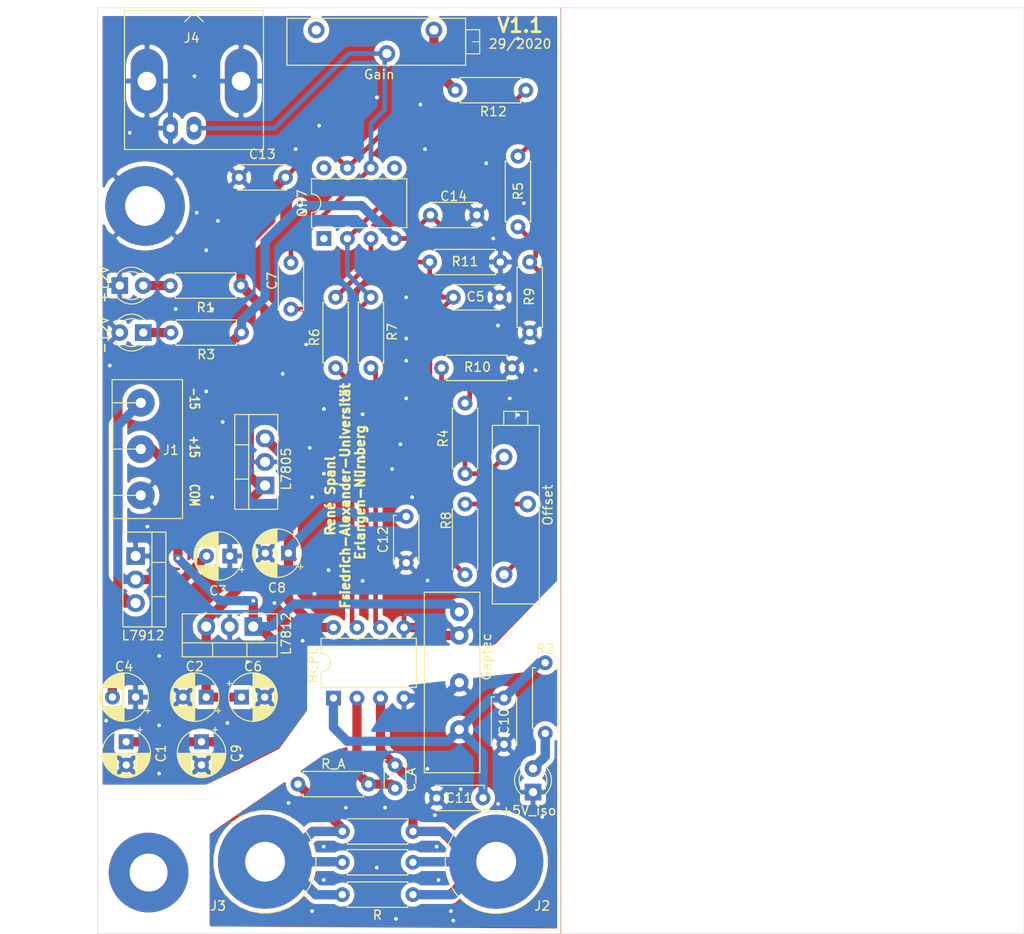
<source format=kicad_pcb>
(kicad_pcb (version 20171130) (host pcbnew "(5.1.6)-1")
  (layers (0 F.Cu signal) (31 B.Cu signal) (34 B.Paste user) (35 F.Paste user) (36 B.SilkS user) (37 F.SilkS user) (38 B.Mask user) (39 F.Mask user) (44 Edge.Cuts user))
  (net 0 "")
  (net 1 GND)
  (net 2 +15V)
  (net 3 +12V)
  (net 4 -15V)
  (net 5 -12V)
  (net 6 +5V)
  (net 7 "Net-(C7-Pad1)")
  (net 8 5V_iso)
  (net 9 GND2)
  (net 10 SIGNAL_OUT)
  (net 11 SIGNAL_IN)
  (net 12 "Net-(+12V1-Pad2)")
  (net 13 "Net-(+5V_iso1-Pad2)")
  (net 14 "Net-(-12V1-Pad1)")
  (net 15 "Net-(C5-Pad1)")
  (net 16 "Net-(C7-Pad2)")
  (net 17 "Net-(C_Alias1-Pad1)")
  (net 18 "Net-(Gain1-Pad1)")
  (net 19 "Net-(Offset1-Pad1)")
  (net 20 "Net-(Offset1-Pad2)")
  (net 21 "Net-(Offset1-Pad3)")
  (net 22 "Net-(HCPL1-Pad7)")
  (net 23 "Net-(HCPL1-Pad6)")
  (net 24 "Net-(Gain1-Pad3)")
  (net 25 "Net-(OP7-Pad8)")
  (net 26 "Net-(OP7-Pad5)")
  (net 27 "Net-(OP7-Pad1)")
  (module Capacitor_THT:C_Disc_D5.0mm_W2.5mm_P5.00mm (layer F.Cu) (at 115.35 96.59 270)
    (fp_text reference C10 (at 2.54 0 270) (layer F.SilkS))
    (fp_text value 0.47uF)
    (pad 2 thru_hole circle (at 5 0 270) (size 1.6 1.6) (drill 0.8) (layers *.Cu *.Mask) (net 9 GND2))
    (pad 1 thru_hole circle (at 0 0 270) (size 1.6 1.6) (drill 0.8) (layers *.Cu *.Mask) (net 8 5V_iso))
  )
  (module "HCPL Board:Gaptec_1S7E_1505S1.5UP" (layer F.Cu) (at 112.175 85.16 270)
    (fp_text reference Gaptec (at 6.985 -1.27 270) (layer F.SilkS))
    (fp_text value 1S7E_1.5UP-HCPL_Board)
    (pad 6 thru_hole circle (at 14.83 1.65 270) (size 2 2) (drill 1) (layers *.Cu *.Mask) (net 8 5V_iso))
    (pad 4 thru_hole circle (at 9.75 1.65 270) (size 2 2) (drill 1) (layers *.Cu *.Mask) (net 9 GND2))
    (pad 2 thru_hole circle (at 4.67 1.65 270) (size 2 2) (drill 1) (layers *.Cu *.Mask) (net 1 GND))
    (pad 1 thru_hole circle (at 2.13 1.65 270) (size 2 2) (drill 1) (layers *.Cu *.Mask) (net 2 +15V))
  )
  (module Capacitor_THT:C_Disc_D5.0mm_W2.5mm_P5.00mm (layer F.Cu) (at 108.08 107.385)
    (fp_text reference C11 (at 2.4 0) (layer F.SilkS))
    (fp_text value 100n)
    (pad 2 thru_hole circle (at 5 0) (size 1.6 1.6) (drill 0.8) (layers *.Cu *.Mask) (net 8 5V_iso))
    (pad 1 thru_hole circle (at 0 0) (size 1.6 1.6) (drill 0.8) (layers *.Cu *.Mask) (net 9 GND2))
  )
  (module "HCPL Board:Conn_01x03_Female_Scre" (layer F.Cu) (at 73.04 62.2)
    (fp_text reference J1 (at 6.35 7.62) (layer F.SilkS))
    (fp_text value Conn_01x03_Female)
    (pad 3 thru_hole circle (at 3.1 12.5) (size 3 3) (drill 1.1) (layers *.Cu *.Mask) (net 1 GND))
    (pad 2 thru_hole circle (at 3.1 7.5) (size 3 3) (drill 1.1) (layers *.Cu *.Mask) (net 2 +15V))
    (pad 1 thru_hole circle (at 3.1 2.5) (size 3 3) (drill 1.1) (layers *.Cu *.Mask) (net 4 -15V))
  )
  (module Package_TO_SOT_THT:TO-220-3_Vertical (layer F.Cu) (at 89.55 73.63 90)
    (fp_text reference L7805 (at 1.778 2.286 90) (layer F.SilkS))
    (fp_text value L7805)
    (pad 3 thru_hole oval (at 5.08 0 90) (size 1.905 2) (drill 1.1) (layers *.Cu *.Mask) (net 6 +5V))
    (pad 2 thru_hole oval (at 2.54 0 90) (size 1.905 2) (drill 1.1) (layers *.Cu *.Mask) (net 1 GND))
    (pad 1 thru_hole rect (at 0 0 90) (size 1.905 2) (drill 1.1) (layers *.Cu *.Mask) (net 3 +12V))
  )
  (module MountingHole:MountingHole_4.3mm_M4_Pad (layer F.Cu) (at 76.596 43.44)
    (fp_text reference REF** hide)
    (fp_text value MountingHole_4.3mm_M4_Pad)
    (pad 1 thru_hole circle (at 0 0) (size 8.6 8.6) (drill 4.3) (layers *.Cu *.Mask) (net 1 GND))
  )
  (module MountingHole:MountingHole_4.3mm_M4_Pad (layer F.Cu) (at 76.98 115.44)
    (fp_text reference REF** hide)
    (fp_text value MountingHole_4.3mm_M4_Pad)
    (pad 1 thru_hole circle (at 0 0) (size 8.6 8.6) (drill 4.1) (layers *.Cu *.Mask) (clearance 1))
  )
  (module Resistor_THT:R_Axial_DIN0207_L6.3mm_D2.5mm_P7.62mm_Horizontal (layer F.Cu) (at 97.89 114.3335)
    (fp_text reference R (at 3.79 5.7065 180) (layer F.SilkS))
    (fp_text value 1)
    (pad 2 thru_hole oval (at 7.62 0) (size 1.6 1.6) (drill 0.8) (layers *.Cu *.Mask) (net 10 SIGNAL_OUT))
    (pad 1 thru_hole circle (at 0 0) (size 1.6 1.6) (drill 0.8) (layers *.Cu *.Mask) (net 11 SIGNAL_IN))
  )
  (module Resistor_THT:R_Axial_DIN0207_L6.3mm_D2.5mm_P7.62mm_Horizontal (layer F.Cu) (at 97.89 117.826)
    (fp_text reference R_Shunt2 hide)
    (fp_text value 1)
    (pad 2 thru_hole oval (at 7.62 0) (size 1.6 1.6) (drill 0.8) (layers *.Cu *.Mask) (net 10 SIGNAL_OUT))
    (pad 1 thru_hole circle (at 0 0) (size 1.6 1.6) (drill 0.8) (layers *.Cu *.Mask) (net 11 SIGNAL_IN))
  )
  (module Resistor_THT:R_Axial_DIN0207_L6.3mm_D2.5mm_P7.62mm_Horizontal (layer F.Cu) (at 110.08 30.94)
    (fp_text reference R12 (at 4.108 2.304) (layer F.SilkS))
    (fp_text value 2.2k)
    (pad 2 thru_hole oval (at 7.62 0) (size 1.6 1.6) (drill 0.8) (layers *.Cu *.Mask) (net 7 "Net-(C7-Pad1)"))
    (pad 1 thru_hole circle (at 0 0) (size 1.6 1.6) (drill 0.8) (layers *.Cu *.Mask) (net 24 "Net-(Gain1-Pad3)"))
  )
  (module Capacitor_THT:C_Disc_D5.0mm_W2.5mm_P5.00mm (layer F.Cu) (at 112.41 44.42 180)
    (fp_text reference C14 (at 2.5 2.032) (layer F.SilkS))
    (fp_text value 100n)
    (pad 2 thru_hole circle (at 5 0 180) (size 1.6 1.6) (drill 0.8) (layers *.Cu *.Mask) (net 5 -12V))
    (pad 1 thru_hole circle (at 0 0 180) (size 1.6 1.6) (drill 0.8) (layers *.Cu *.Mask) (net 1 GND))
  )
  (module Capacitor_THT:C_Disc_D5.0mm_W2.5mm_P5.00mm (layer F.Cu) (at 86.756 40.356)
    (fp_text reference C13 (at 2.5 -2.5) (layer F.SilkS))
    (fp_text value 100n)
    (pad 2 thru_hole circle (at 5 0) (size 1.6 1.6) (drill 0.8) (layers *.Cu *.Mask) (net 3 +12V))
    (pad 1 thru_hole circle (at 0 0) (size 1.6 1.6) (drill 0.8) (layers *.Cu *.Mask) (net 1 GND))
  )
  (module Capacitor_THT:C_Disc_D5.0mm_W2.5mm_P5.00mm (layer F.Cu) (at 104.79 81.985 90)
    (fp_text reference C12 (at 2.5 -2.5 90) (layer F.SilkS))
    (fp_text value 100n)
    (pad 2 thru_hole circle (at 5 0 90) (size 1.6 1.6) (drill 0.8) (layers *.Cu *.Mask) (net 6 +5V))
    (pad 1 thru_hole circle (at 0 0 90) (size 1.6 1.6) (drill 0.8) (layers *.Cu *.Mask) (net 1 GND))
  )
  (module Capacitor_THT:C_Disc_D5.0mm_W2.5mm_P5.00mm (layer F.Cu) (at 92.344 54.58 90)
    (fp_text reference C7 (at 3.048 -2.032 90) (layer F.SilkS))
    (fp_text value 22n)
    (pad 2 thru_hole circle (at 5 0 90) (size 1.6 1.6) (drill 0.8) (layers *.Cu *.Mask) (net 16 "Net-(C7-Pad2)"))
    (pad 1 thru_hole circle (at 0 0 90) (size 1.6 1.6) (drill 0.8) (layers *.Cu *.Mask) (net 7 "Net-(C7-Pad1)"))
  )
  (module Capacitor_THT:CP_Radial_D5.0mm_P2.50mm (layer F.Cu) (at 92.08 80.94 180)
    (fp_text reference C8 (at 1.25 -3.75) (layer F.SilkS))
    (fp_text value 0.1uF)
    (pad 2 thru_hole circle (at 2.5 0 180) (size 1.6 1.6) (drill 0.8) (layers *.Cu *.Mask) (net 1 GND))
    (pad 1 thru_hole rect (at 0 0 180) (size 1.6 1.6) (drill 0.8) (layers *.Cu *.Mask) (net 6 +5V))
  )
  (module Resistor_THT:R_Axial_DIN0207_L6.3mm_D2.5mm_P7.62mm_Horizontal (layer F.Cu) (at 111.14 72.36 90)
    (fp_text reference R4 (at 3.81 -2.37 90) (layer F.SilkS))
    (fp_text value 4,7k)
    (pad 2 thru_hole oval (at 7.62 0 90) (size 1.6 1.6) (drill 0.8) (layers *.Cu *.Mask) (net 5 -12V))
    (pad 1 thru_hole circle (at 0 0 90) (size 1.6 1.6) (drill 0.8) (layers *.Cu *.Mask) (net 21 "Net-(Offset1-Pad3)"))
  )
  (module Capacitor_THT:CP_Radial_D5.0mm_P2.50mm (layer F.Cu) (at 82.692 101.316 270)
    (fp_text reference C9 (at 1.25 -3.75 90) (layer F.SilkS))
    (fp_text value 2.2uF)
    (pad 2 thru_hole circle (at 2.5 0 270) (size 1.6 1.6) (drill 0.8) (layers *.Cu *.Mask) (net 1 GND))
    (pad 1 thru_hole rect (at 0 0 270) (size 1.6 1.6) (drill 0.8) (layers *.Cu *.Mask) (net 2 +15V))
  )
  (module Capacitor_THT:CP_Radial_D5.0mm_P2.50mm (layer F.Cu) (at 87.01 96.49)
    (fp_text reference C6 (at 1.25 -3.302) (layer F.SilkS))
    (fp_text value 0.33uF)
    (pad 2 thru_hole circle (at 2.5 0) (size 1.6 1.6) (drill 0.8) (layers *.Cu *.Mask) (net 1 GND))
    (pad 1 thru_hole rect (at 0 0) (size 1.6 1.6) (drill 0.8) (layers *.Cu *.Mask) (net 3 +12V))
  )
  (module Capacitor_THT:CP_Radial_D5.0mm_P2.50mm (layer F.Cu) (at 75.58 96.49 180)
    (fp_text reference C4 (at 1.25 3.302) (layer F.SilkS))
    (fp_text value 1uF)
    (pad 2 thru_hole circle (at 2.5 0 180) (size 1.6 1.6) (drill 0.8) (layers *.Cu *.Mask) (net 5 -12V))
    (pad 1 thru_hole rect (at 0 0 180) (size 1.6 1.6) (drill 0.8) (layers *.Cu *.Mask) (net 1 GND))
  )
  (module Capacitor_THT:CP_Radial_D5.0mm_P2.50mm (layer F.Cu) (at 85.74 81.25 180)
    (fp_text reference C3 (at 1.25 -3.75) (layer F.SilkS))
    (fp_text value 10uF)
    (pad 2 thru_hole circle (at 2.5 0 180) (size 1.6 1.6) (drill 0.8) (layers *.Cu *.Mask) (net 4 -15V))
    (pad 1 thru_hole rect (at 0 0 180) (size 1.6 1.6) (drill 0.8) (layers *.Cu *.Mask) (net 1 GND))
  )
  (module Capacitor_THT:CP_Radial_D5.0mm_P2.50mm (layer F.Cu) (at 83.2 96.49 180)
    (fp_text reference C2 (at 1.25 3.302) (layer F.SilkS))
    (fp_text value 0.1uF)
    (pad 2 thru_hole circle (at 2.5 0 180) (size 1.6 1.6) (drill 0.8) (layers *.Cu *.Mask) (net 1 GND))
    (pad 1 thru_hole rect (at 0 0 180) (size 1.6 1.6) (drill 0.8) (layers *.Cu *.Mask) (net 3 +12V))
  )
  (module Capacitor_THT:CP_Radial_D5.0mm_P2.50mm (layer F.Cu) (at 74.564 101.316 270)
    (fp_text reference C1 (at 1.25 -3.75 90) (layer F.SilkS))
    (fp_text value 0.33uF)
    (pad 2 thru_hole circle (at 2.5 0 270) (size 1.6 1.6) (drill 0.8) (layers *.Cu *.Mask) (net 1 GND))
    (pad 1 thru_hole rect (at 0 0 270) (size 1.6 1.6) (drill 0.8) (layers *.Cu *.Mask) (net 2 +15V))
  )
  (module Capacitor_THT:C_Disc_D5.0mm_W2.5mm_P5.00mm (layer F.Cu) (at 109.87 53.31)
    (fp_text reference C5 (at 2.41 -0.07) (layer F.SilkS))
    (fp_text value 22n)
    (pad 2 thru_hole circle (at 5 0) (size 1.6 1.6) (drill 0.8) (layers *.Cu *.Mask) (net 1 GND))
    (pad 1 thru_hole circle (at 0 0) (size 1.6 1.6) (drill 0.8) (layers *.Cu *.Mask) (net 15 "Net-(C5-Pad1)"))
  )
  (module Potentiometer_THT:Potentiometer_Bourns_3006P_Horizontal (layer F.Cu) (at 95.08 24.44 180)
    (fp_text reference Gain (at -6.8 -4.8) (layer F.SilkS))
    (fp_text value 20k)
    (pad 3 thru_hole circle (at -12.7 0 180) (size 1.8 1.8) (drill 1) (layers *.Cu *.Mask) (net 24 "Net-(Gain1-Pad3)"))
    (pad 2 thru_hole circle (at -7.62 -2.54 180) (size 1.8 1.8) (drill 1) (layers *.Cu *.Mask) (net 16 "Net-(C7-Pad2)"))
    (pad 1 thru_hole circle (at 0 0 180) (size 1.8 1.8) (drill 1) (layers *.Cu *.Mask) (net 18 "Net-(Gain1-Pad1)"))
  )
  (module Potentiometer_THT:Potentiometer_Bourns_3006P_Horizontal (layer F.Cu) (at 115.35 83.255 270)
    (fp_text reference Offset (at -7.5 -4.73 90) (layer F.SilkS))
    (fp_text value 5k)
    (pad 1 thru_hole circle (at 0 0 270) (size 1.8 1.8) (drill 1) (layers *.Cu *.Mask) (net 19 "Net-(Offset1-Pad1)"))
    (pad 2 thru_hole circle (at -7.62 -2.54 270) (size 1.8 1.8) (drill 1) (layers *.Cu *.Mask) (net 20 "Net-(Offset1-Pad2)"))
    (pad 3 thru_hole circle (at -12.7 0 270) (size 1.8 1.8) (drill 1) (layers *.Cu *.Mask) (net 21 "Net-(Offset1-Pad3)"))
  )
  (module Package_TO_SOT_THT:TO-220-3_Vertical (layer F.Cu) (at 75.58 81.25 270)
    (fp_text reference L7912 (at 8.59 -0.8) (layer F.SilkS))
    (fp_text value L7912)
    (pad 3 thru_hole oval (at 5.08 0 270) (size 1.905 2) (drill 1.1) (layers *.Cu *.Mask) (net 5 -12V))
    (pad 2 thru_hole oval (at 2.54 0 270) (size 1.905 2) (drill 1.1) (layers *.Cu *.Mask) (net 4 -15V))
    (pad 1 thru_hole rect (at 0 0 270) (size 1.905 2) (drill 1.1) (layers *.Cu *.Mask) (net 1 GND))
  )
  (module Connector_Coaxial:BNC_Amphenol_B6252HB-NPP3G-50_Horizontal (layer F.Cu) (at 81.88 35.04)
    (fp_text reference J4 (at -0.25 -9.728) (layer F.SilkS))
    (fp_text value Conn_Coaxial)
    (pad 2 thru_hole oval (at -2.54 0) (size 1.6 2.5) (drill 0.89) (layers *.Cu *.Mask) (net 1 GND))
    (pad 1 thru_hole oval (at 0 0) (size 1.6 2.5) (drill 0.89) (layers *.Cu *.Mask) (net 16 "Net-(C7-Pad2)"))
    (pad 2 thru_hole oval (at 5.08 -5.08) (size 3.5 7) (drill 2.01) (layers *.Cu *.Mask) (net 1 GND))
    (pad 2 thru_hole oval (at -5.08 -5.08) (size 3.5 7) (drill 2.01) (layers *.Cu *.Mask) (net 1 GND))
  )
  (module Capacitor_THT:C_Disc_D3.4mm_W2.1mm_P2.50mm (layer F.Cu) (at 103.5835 106.3325 90)
    (fp_text reference C_A (at 0.8925 1.6965 90) (layer F.SilkS))
    (fp_text value 0.01u)
    (pad 2 thru_hole circle (at 2.5 0 90) (size 1.6 1.6) (drill 0.8) (layers *.Cu *.Mask) (net 10 SIGNAL_OUT))
    (pad 1 thru_hole circle (at 0 0 90) (size 1.6 1.6) (drill 0.8) (layers *.Cu *.Mask) (net 17 "Net-(C_Alias1-Pad1)"))
  )
  (module Package_TO_SOT_THT:TO-220-3_Vertical (layer F.Cu) (at 88.28 88.87 180)
    (fp_text reference L7812 (at -3.556 -0.77 270) (layer F.SilkS))
    (fp_text value L7812)
    (pad 3 thru_hole oval (at 5.08 0 180) (size 1.905 2) (drill 1.1) (layers *.Cu *.Mask) (net 3 +12V))
    (pad 2 thru_hole oval (at 2.54 0 180) (size 1.905 2) (drill 1.1) (layers *.Cu *.Mask) (net 1 GND))
    (pad 1 thru_hole rect (at 0 0 180) (size 1.905 2) (drill 1.1) (layers *.Cu *.Mask) (net 2 +15V))
  )
  (module Resistor_THT:R_Axial_DIN0207_L6.3mm_D2.5mm_P7.62mm_Horizontal (layer F.Cu) (at 119.795 92.78 270)
    (fp_text reference R2 (at -1.5 0 180) (layer F.SilkS))
    (fp_text value 1.2k)
    (pad 2 thru_hole oval (at 7.62 0 270) (size 1.6 1.6) (drill 0.8) (layers *.Cu *.Mask) (net 13 "Net-(+5V_iso1-Pad2)"))
    (pad 1 thru_hole circle (at 0 0 270) (size 1.6 1.6) (drill 0.8) (layers *.Cu *.Mask) (net 8 5V_iso))
  )
  (module Package_DIP:DIP-8_W7.62mm (layer F.Cu) (at 95.9 46.96 90)
    (fp_text reference OP7 (at 3.81 -2.33 90) (layer F.SilkS))
    (fp_text value OP07)
    (pad 8 thru_hole oval (at 7.62 0 90) (size 1.6 1.6) (drill 0.8) (layers *.Cu *.Mask) (net 25 "Net-(OP7-Pad8)"))
    (pad 4 thru_hole oval (at 0 7.62 90) (size 1.6 1.6) (drill 0.8) (layers *.Cu *.Mask) (net 5 -12V))
    (pad 7 thru_hole oval (at 7.62 2.54 90) (size 1.6 1.6) (drill 0.8) (layers *.Cu *.Mask) (net 3 +12V))
    (pad 3 thru_hole oval (at 0 5.08 90) (size 1.6 1.6) (drill 0.8) (layers *.Cu *.Mask) (net 15 "Net-(C5-Pad1)"))
    (pad 6 thru_hole oval (at 7.62 5.08 90) (size 1.6 1.6) (drill 0.8) (layers *.Cu *.Mask) (net 16 "Net-(C7-Pad2)"))
    (pad 2 thru_hole oval (at 0 2.54 90) (size 1.6 1.6) (drill 0.8) (layers *.Cu *.Mask) (net 7 "Net-(C7-Pad1)"))
    (pad 5 thru_hole oval (at 7.62 7.62 90) (size 1.6 1.6) (drill 0.8) (layers *.Cu *.Mask) (net 26 "Net-(OP7-Pad5)"))
    (pad 1 thru_hole rect (at 0 0 90) (size 1.6 1.6) (drill 0.8) (layers *.Cu *.Mask) (net 27 "Net-(OP7-Pad1)"))
  )
  (module Resistor_THT:R_Axial_DIN0207_L6.3mm_D2.5mm_P7.62mm_Horizontal (layer F.Cu) (at 97.9 111)
    (fp_text reference R_Shunt1 hide)
    (fp_text value 1)
    (pad 2 thru_hole oval (at 7.62 0) (size 1.6 1.6) (drill 0.8) (layers *.Cu *.Mask) (net 10 SIGNAL_OUT))
    (pad 1 thru_hole circle (at 0 0) (size 1.6 1.6) (drill 0.8) (layers *.Cu *.Mask) (net 11 SIGNAL_IN))
  )
  (module Resistor_THT:R_Axial_DIN0207_L6.3mm_D2.5mm_P7.62mm_Horizontal (layer F.Cu) (at 100.726 105.888 180)
    (fp_text reference R_A (at 3.81 2.18) (layer F.SilkS))
    (fp_text value 47)
    (pad 2 thru_hole oval (at 7.62 0 180) (size 1.6 1.6) (drill 0.8) (layers *.Cu *.Mask) (net 11 SIGNAL_IN))
    (pad 1 thru_hole circle (at 0 0 180) (size 1.6 1.6) (drill 0.8) (layers *.Cu *.Mask) (net 17 "Net-(C_Alias1-Pad1)"))
  )
  (module Resistor_THT:R_Axial_DIN0207_L6.3mm_D2.5mm_P7.62mm_Horizontal (layer F.Cu) (at 87.01 57.12 180)
    (fp_text reference R3 (at 3.81 -2.37) (layer F.SilkS))
    (fp_text value 3.9k)
    (pad 2 thru_hole oval (at 7.62 0 180) (size 1.6 1.6) (drill 0.8) (layers *.Cu *.Mask) (net 14 "Net-(-12V1-Pad1)"))
    (pad 1 thru_hole circle (at 0 0 180) (size 1.6 1.6) (drill 0.8) (layers *.Cu *.Mask) (net 5 -12V))
  )
  (module Resistor_THT:R_Axial_DIN0207_L6.3mm_D2.5mm_P7.62mm_Horizontal (layer F.Cu) (at 86.9465 52.04 180)
    (fp_text reference R1 (at 3.81 -2.37) (layer F.SilkS))
    (fp_text value 3.9k)
    (pad 2 thru_hole oval (at 7.62 0 180) (size 1.6 1.6) (drill 0.8) (layers *.Cu *.Mask) (net 12 "Net-(+12V1-Pad2)"))
    (pad 1 thru_hole circle (at 0 0 180) (size 1.6 1.6) (drill 0.8) (layers *.Cu *.Mask) (net 3 +12V))
  )
  (module Resistor_THT:R_Axial_DIN0207_L6.3mm_D2.5mm_P7.62mm_Horizontal (layer F.Cu) (at 107.33 49.5)
    (fp_text reference R11 (at 3.81 -0.06) (layer F.SilkS))
    (fp_text value 10k)
    (pad 2 thru_hole oval (at 7.62 0) (size 1.6 1.6) (drill 0.8) (layers *.Cu *.Mask) (net 1 GND))
    (pad 1 thru_hole circle (at 0 0) (size 1.6 1.6) (drill 0.8) (layers *.Cu *.Mask) (net 15 "Net-(C5-Pad1)"))
  )
  (module Resistor_THT:R_Axial_DIN0207_L6.3mm_D2.5mm_P7.62mm_Horizontal (layer F.Cu) (at 116.22 60.93 180)
    (fp_text reference R10 (at 3.74 0.09) (layer F.SilkS))
    (fp_text value 4,7k)
    (pad 2 thru_hole oval (at 7.62 0 180) (size 1.6 1.6) (drill 0.8) (layers *.Cu *.Mask) (net 21 "Net-(Offset1-Pad3)"))
    (pad 1 thru_hole circle (at 0 0 180) (size 1.6 1.6) (drill 0.8) (layers *.Cu *.Mask) (net 1 GND))
  )
  (module Resistor_THT:R_Axial_DIN0207_L6.3mm_D2.5mm_P7.62mm_Horizontal (layer F.Cu) (at 118.125 57.12 90)
    (fp_text reference R9 (at 3.88 -0.045 90) (layer F.SilkS))
    (fp_text value 4,7k)
    (pad 2 thru_hole oval (at 7.62 0 90) (size 1.6 1.6) (drill 0.8) (layers *.Cu *.Mask) (net 19 "Net-(Offset1-Pad1)"))
    (pad 1 thru_hole circle (at 0 0 90) (size 1.6 1.6) (drill 0.8) (layers *.Cu *.Mask) (net 1 GND))
  )
  (module Resistor_THT:R_Axial_DIN0207_L6.3mm_D2.5mm_P7.62mm_Horizontal (layer F.Cu) (at 111.14 83.255 90)
    (fp_text reference R8 (at 5.842 -2.032 90) (layer F.SilkS))
    (fp_text value 10k)
    (pad 2 thru_hole oval (at 7.62 0 90) (size 1.6 1.6) (drill 0.8) (layers *.Cu *.Mask) (net 20 "Net-(Offset1-Pad2)"))
    (pad 1 thru_hole circle (at 0 0 90) (size 1.6 1.6) (drill 0.8) (layers *.Cu *.Mask) (net 15 "Net-(C5-Pad1)"))
  )
  (module Resistor_THT:R_Axial_DIN0207_L6.3mm_D2.5mm_P7.62mm_Horizontal (layer F.Cu) (at 100.98 53.31 270)
    (fp_text reference R7 (at 3.73 -2.3 90) (layer F.SilkS))
    (fp_text value 2.2k)
    (pad 2 thru_hole oval (at 7.62 0 270) (size 1.6 1.6) (drill 0.8) (layers *.Cu *.Mask) (net 23 "Net-(HCPL1-Pad6)"))
    (pad 1 thru_hole circle (at 0 0 270) (size 1.6 1.6) (drill 0.8) (layers *.Cu *.Mask) (net 7 "Net-(C7-Pad1)"))
  )
  (module Resistor_THT:R_Axial_DIN0207_L6.3mm_D2.5mm_P7.62mm_Horizontal (layer F.Cu) (at 97.17 53.31 270)
    (fp_text reference R6 (at 4.318 2.286 90) (layer F.SilkS))
    (fp_text value 2.2k)
    (pad 2 thru_hole oval (at 7.62 0 270) (size 1.6 1.6) (drill 0.8) (layers *.Cu *.Mask) (net 22 "Net-(HCPL1-Pad7)"))
    (pad 1 thru_hole circle (at 0 0 270) (size 1.6 1.6) (drill 0.8) (layers *.Cu *.Mask) (net 15 "Net-(C5-Pad1)"))
  )
  (module Resistor_THT:R_Axial_DIN0207_L6.3mm_D2.5mm_P7.62mm_Horizontal (layer F.Cu) (at 116.855 45.69 90)
    (fp_text reference R5 (at 3.85 0.025 90) (layer F.SilkS))
    (fp_text value 4,7k)
    (pad 2 thru_hole oval (at 7.62 0 90) (size 1.6 1.6) (drill 0.8) (layers *.Cu *.Mask) (net 3 +12V))
    (pad 1 thru_hole circle (at 0 0 90) (size 1.6 1.6) (drill 0.8) (layers *.Cu *.Mask) (net 19 "Net-(Offset1-Pad1)"))
  )
  (module Connector:Banana_Jack_1Pin (layer F.Cu) (at 89.55 114.27)
    (fp_text reference J3 (at -5.07 4.77) (layer F.SilkS))
    (fp_text value Conn_01x01_Female)
    (pad 1 thru_hole circle (at 0 0) (size 10.16 10.16) (drill 4.3) (layers *.Cu *.Mask) (net 11 SIGNAL_IN))
  )
  (module Connector:Banana_Jack_1Pin (layer F.Cu) (at 114.5055 114.3335)
    (fp_text reference J2 (at 4.9745 4.7065) (layer F.SilkS))
    (fp_text value Conn_01x01_Female)
    (pad 1 thru_hole circle (at 0 -0.0635) (size 10.16 10.16) (drill 4.3) (layers *.Cu *.Mask) (net 10 SIGNAL_OUT))
  )
  (module Package_DIP:DIP-8_W7.62mm (layer F.Cu) (at 96.935 96.59 90)
    (fp_text reference HCPL (at 3.5 -2.18 270) (layer F.SilkS))
    (fp_text value HCPL-7800)
    (pad 8 thru_hole oval (at 7.62 0 90) (size 1.6 1.6) (drill 0.8) (layers *.Cu *.Mask) (net 6 +5V))
    (pad 4 thru_hole oval (at 0 7.62 90) (size 1.6 1.6) (drill 0.8) (layers *.Cu *.Mask) (net 9 GND2))
    (pad 7 thru_hole oval (at 7.62 2.54 90) (size 1.6 1.6) (drill 0.8) (layers *.Cu *.Mask) (net 22 "Net-(HCPL1-Pad7)"))
    (pad 3 thru_hole oval (at 0 5.08 90) (size 1.6 1.6) (drill 0.8) (layers *.Cu *.Mask) (net 10 SIGNAL_OUT))
    (pad 6 thru_hole oval (at 7.62 5.08 90) (size 1.6 1.6) (drill 0.8) (layers *.Cu *.Mask) (net 23 "Net-(HCPL1-Pad6)"))
    (pad 2 thru_hole oval (at 0 2.54 90) (size 1.6 1.6) (drill 0.8) (layers *.Cu *.Mask) (net 17 "Net-(C_Alias1-Pad1)"))
    (pad 5 thru_hole oval (at 7.62 7.62 90) (size 1.6 1.6) (drill 0.8) (layers *.Cu *.Mask) (net 1 GND))
    (pad 1 thru_hole rect (at 0 0 90) (size 1.6 1.6) (drill 0.8) (layers *.Cu *.Mask) (net 8 5V_iso))
  )
  (module LED_THT:LED_D3.0mm (layer F.Cu) (at 76.4055 57.12 180)
    (fp_text reference -12V (at 4.23 -0.27 90) (layer F.SilkS))
    (fp_text value LED)
    (pad 2 thru_hole circle (at 2.54 0 180) (size 1.8 1.8) (drill 0.9) (layers *.Cu *.Mask) (net 1 GND))
    (pad 1 thru_hole rect (at 0 0 180) (size 1.8 1.8) (drill 0.9) (layers *.Cu *.Mask) (net 14 "Net-(-12V1-Pad1)"))
  )
  (module LED_THT:LED_D3.0mm (layer F.Cu) (at 118.48 106.75 90)
    (fp_text reference +5V_iso (at -2 -0.49) (layer F.SilkS))
    (fp_text value LED)
    (pad 2 thru_hole circle (at 2.54 0 90) (size 1.8 1.8) (drill 0.9) (layers *.Cu *.Mask) (net 13 "Net-(+5V_iso1-Pad2)"))
    (pad 1 thru_hole rect (at 0 0 90) (size 1.8 1.8) (drill 0.9) (layers *.Cu *.Mask) (net 9 GND2))
  )
  (module LED_THT:LED_D3.0mm (layer F.Cu) (at 73.8655 52.04)
    (fp_text reference +12V (at -1.69 -0.11 90) (layer F.SilkS))
    (fp_text value LED)
    (pad 2 thru_hole circle (at 2.54 0) (size 1.8 1.8) (drill 0.9) (layers *.Cu *.Mask) (net 12 "Net-(+12V1-Pad2)"))
    (pad 1 thru_hole rect (at 0 0) (size 1.8 1.8) (drill 0.9) (layers *.Cu *.Mask) (net 1 GND))
  )
  (gr_line (start 71.48 22.04) (end 171.48 22.04) (layer Edge.Cuts) (width 0.05))
  (gr_line (start 171.48 122.04) (end 71.48 122.04) (layer Edge.Cuts) (width 0.05))
  (gr_line (start 171.48 22.04) (end 171.48 122.04) (layer Edge.Cuts) (width 0.05))
  (gr_line (start 121.48 122.04) (end 121.48 22.04) (layer F.SilkS) (width 0.12))
  (gr_line (start 121.48 22.04) (end 121.48 122.04) (layer B.SilkS) (width 0.12))
  (gr_text "29/2020\n" (at 117.08 25.94) (layer F.SilkS) (effects (font (size 1 1))))
  (gr_text V1.1 (at 117.08 23.94) (layer F.SilkS) (effects (font (size 1.5 1.5) (thickness 0.3))))
  (gr_text " -15     +15     COM" (at 81.93 69.185 270) (layer F.SilkS) (effects (font (size 1 0.75) (thickness 0.1875))))
  (gr_text "René Spanl \nFriedrich-Alexander-Universität \nErlangen-Nürnberg" (at 98.205 74.365 90) (layer F.SilkS) (effects (font (size 1 1) (thickness 0.25))))
  (gr_line (start 71.48 122.04) (end 71.48 22.04) (layer Edge.Cuts) (width 0.05))
  (via (at 83.2 63.47) (size 0.8) (drill 0.4) (layers F.Cu B.Cu) (net 1))
  (via (at 91.455 61.565) (size 0.8) (drill 0.4) (layers F.Cu B.Cu) (net 1))
  (via (at 83.835 54.58) (size 0.8) (drill 0.4) (layers F.Cu B.Cu) (net 1))
  (via (at 84.47 45.055) (size 0.8) (drill 0.4) (layers F.Cu B.Cu) (net 1))
  (via (at 74.945 35.53) (size 0.8) (drill 0.4) (layers F.Cu B.Cu) (net 1))
  (via (at 101.615 31.72) (size 0.8) (drill 0.4) (layers F.Cu B.Cu) (net 1))
  (via (at 116.855 25.37) (size 0.8) (drill 0.4) (layers F.Cu B.Cu) (net 1))
  (via (at 117.49 43.15) (size 0.8) (drill 0.4) (layers F.Cu B.Cu) (net 1))
  (via (at 116.855 66.01) (size 0.8) (drill 0.4) (layers F.Cu B.Cu) (net 1))
  (via (at 105.425 74.9) (size 0.8) (drill 0.4) (layers F.Cu B.Cu) (net 1))
  (via (at 95.9 72.36) (size 0.8) (drill 0.4) (layers F.Cu B.Cu) (net 1))
  (via (at 87.645 92.68) (size 0.8) (drill 0.4) (layers F.Cu B.Cu) (net 1))
  (via (at 78.12 92.045) (size 0.8) (drill 0.4) (layers F.Cu B.Cu) (net 1))
  (via (at 78.12 104.745) (size 0.8) (drill 0.4) (layers F.Cu B.Cu) (net 1))
  (via (at 72.405 99.03) (size 0.8) (drill 0.4) (layers F.Cu B.Cu) (net 1))
  (via (at 76.85 78.075) (size 0.8) (drill 0.4) (layers F.Cu B.Cu) (net 1))
  (via (at 83.835 74.9) (size 0.8) (drill 0.4) (layers F.Cu B.Cu) (net 1))
  (via (at 95.9 65.375) (size 0.8) (drill 0.4) (layers F.Cu B.Cu) (net 1))
  (via (at 83.2 48.23) (size 0.8) (drill 0.4) (layers F.Cu B.Cu) (net 1))
  (via (at 104.79 57.755) (size 0.8) (drill 0.4) (layers F.Cu B.Cu) (net 1))
  (via (at 104.79 53.31) (size 0.8) (drill 0.4) (layers F.Cu B.Cu) (net 1))
  (via (at 93.995 58.39) (size 0.8) (drill 0.4) (layers F.Cu B.Cu) (net 1))
  (via (at 104.155 69.185) (size 0.8) (drill 0.4) (layers F.Cu B.Cu) (net 1))
  (via (at 96.535 78.075) (size 0.8) (drill 0.4) (layers F.Cu B.Cu) (net 1))
  (via (at 93.614 90.394) (size 0.8) (drill 0.4) (layers F.Cu B.Cu) (net 1))
  (via (at 94.884 85.314) (size 0.8) (drill 0.4) (layers F.Cu B.Cu) (net 1))
  (via (at 94.63 74.9) (size 0.8) (drill 0.4) (layers F.Cu B.Cu) (net 1))
  (via (at 94.376 69.566) (size 0.8) (drill 0.4) (layers F.Cu B.Cu) (net 1))
  (via (at 84.978 66.772) (size 0.8) (drill 0.4) (layers F.Cu B.Cu) (net 1))
  (via (at 79.898 54.58) (size 0.8) (drill 0.4) (layers F.Cu B.Cu) (net 1))
  (via (at 72.786 60.676) (size 0.8) (drill 0.4) (layers F.Cu B.Cu) (net 1))
  (via (at 115.966 64.232) (size 0.8) (drill 0.4) (layers F.Cu B.Cu) (net 1))
  (via (at 107.095 83.89) (size 0.8) (drill 0.4) (layers F.Cu B.Cu) (net 1))
  (via (at 96.408 82.774) (size 0.8) (drill 0.4) (layers F.Cu B.Cu) (net 1))
  (via (at 103.266 71.852) (size 0.8) (drill 0.4) (layers F.Cu B.Cu) (net 1))
  (via (at 104.79 60.168) (size 0.8) (drill 0.4) (layers F.Cu B.Cu) (net 1))
  (via (at 104.79 64.232) (size 0.8) (drill 0.4) (layers F.Cu B.Cu) (net 1))
  (via (at 118.76 61.184) (size 0.8) (drill 0.4) (layers F.Cu B.Cu) (net 1))
  (via (at 114.696 56.358) (size 0.8) (drill 0.4) (layers F.Cu B.Cu) (net 1))
  (via (at 114.188 46.96) (size 0.8) (drill 0.4) (layers F.Cu B.Cu) (net 1))
  (via (at 113.426 38.832) (size 0.8) (drill 0.4) (layers F.Cu B.Cu) (net 1))
  (via (at 106.822 37.308) (size 0.8) (drill 0.4) (layers F.Cu B.Cu) (net 1))
  (via (at 106.314 32.482) (size 0.8) (drill 0.4) (layers F.Cu B.Cu) (net 1))
  (via (at 95.392 34.768) (size 0.8) (drill 0.4) (layers F.Cu B.Cu) (net 1))
  (via (at 82.184 44.166) (size 0.8) (drill 0.4) (layers F.Cu B.Cu) (net 1))
  (via (at 87.01 102.84) (size 0.8) (drill 0.4) (layers F.Cu B.Cu) (net 1))
  (via (at 85.486 99.284) (size 0.8) (drill 0.4) (layers F.Cu B.Cu) (net 1))
  (via (at 78.12 99.538) (size 0.8) (drill 0.4) (layers F.Cu B.Cu) (net 1))
  (via (at 90.566 86.33) (size 0.8) (drill 0.4) (layers F.Cu B.Cu) (net 1))
  (via (at 81.93 29.434) (size 0.8) (drill 0.4) (layers F.Cu B.Cu) (net 1))
  (via (at 92.852 37.308) (size 0.8) (drill 0.4) (layers F.Cu B.Cu) (net 1))
  (via (at 100.11 70.555) (size 0.8) (drill 0.4) (layers F.Cu B.Cu) (net 1))
  (via (at 100.08 65.94) (size 0.8) (drill 0.4) (layers F.Cu B.Cu) (net 1))
  (via (at 100.08 83.94) (size 0.8) (drill 0.4) (layers F.Cu B.Cu) (net 1))
  (segment (start 104.555 88.97) (end 105.825 88.97) (width 1) (layer F.Cu) (net 1))
  (segment (start 106.685 89.83) (end 110.525 89.83) (width 1) (layer F.Cu) (net 1))
  (segment (start 105.825 88.97) (end 106.685 89.83) (width 1) (layer F.Cu) (net 1))
  (segment (start 80.152 81.504) (end 80.152 81.504) (width 0.5) (layer F.Cu) (net 2))
  (via (at 80.152 81.504) (size 0.8) (drill 0.4) (layers F.Cu B.Cu) (net 2))
  (segment (start 80.152 81.504) (end 84.724 86.076) (width 1) (layer B.Cu) (net 2))
  (segment (start 84.724 86.076) (end 88.28 86.076) (width 1) (layer B.Cu) (net 2))
  (segment (start 88.28 86.076) (end 88.28 86.076) (width 0.5) (layer B.Cu) (net 2))
  (via (at 88.28 86.076) (size 0.8) (drill 0.4) (layers F.Cu B.Cu) (net 2))
  (segment (start 88.28 86.076) (end 88.28 88.87) (width 1) (layer F.Cu) (net 2))
  (segment (start 88.788 101.316) (end 82.692 101.316) (width 1) (layer F.Cu) (net 2))
  (segment (start 92.09 98.014) (end 88.788 101.316) (width 1) (layer F.Cu) (net 2))
  (segment (start 75.072 101.316) (end 74.564 101.824) (width 0.5) (layer F.Cu) (net 2))
  (segment (start 82.692 101.316) (end 75.072 101.316) (width 0.5) (layer F.Cu) (net 2))
  (segment (start 80.152 73.122) (end 80.152 81.504) (width 1) (layer F.Cu) (net 2))
  (segment (start 76.14 69.7) (end 77.365 69.7) (width 1) (layer F.Cu) (net 2))
  (segment (start 80.152 72.487) (end 80.152 73.122) (width 1) (layer F.Cu) (net 2))
  (segment (start 77.365 69.7) (end 80.152 72.487) (width 1) (layer F.Cu) (net 2))
  (segment (start 74.564 101.316) (end 82.692 101.316) (width 1) (layer F.Cu) (net 2))
  (segment (start 92.09 97.76) (end 92.09 98.014) (width 0.5) (layer F.Cu) (net 2))
  (segment (start 92.09 92.045) (end 92.09 97.76) (width 1) (layer F.Cu) (net 2))
  (segment (start 88.915 88.87) (end 92.09 92.045) (width 1) (layer F.Cu) (net 2))
  (segment (start 88.28 88.87) (end 88.915 88.87) (width 1) (layer F.Cu) (net 2))
  (segment (start 109.665 86.43) (end 110.525 87.29) (width 1) (layer B.Cu) (net 2))
  (segment (start 88.28 88.87) (end 90.2325 88.87) (width 1) (layer B.Cu) (net 2))
  (segment (start 92.6725 86.43) (end 109.665 86.43) (width 1) (layer B.Cu) (net 2))
  (segment (start 90.2325 88.87) (end 92.6725 86.43) (width 1) (layer B.Cu) (net 2))
  (segment (start 83.2 96.49) (end 87.01 96.49) (width 1) (layer F.Cu) (net 3))
  (segment (start 83.2 88.87) (end 83.2 88.8225) (width 0.5) (layer F.Cu) (net 3))
  (segment (start 101.996 35.784) (end 98.44 39.34) (width 0.5) (layer F.Cu) (net 3))
  (segment (start 116.855 38.07) (end 119.559999 35.365001) (width 0.5) (layer F.Cu) (net 3))
  (segment (start 119.559999 35.365001) (end 119.559999 28.963999) (width 0.5) (layer F.Cu) (net 3))
  (segment (start 119.559999 28.963999) (end 115.928001 28.963999) (width 0.5) (layer F.Cu) (net 3))
  (segment (start 109.108 35.784) (end 101.996 35.784) (width 0.5) (layer F.Cu) (net 3))
  (segment (start 115.928001 28.963999) (end 109.108 35.784) (width 0.5) (layer F.Cu) (net 3))
  (segment (start 86.9465 48.189498) (end 90.185 44.950998) (width 1) (layer F.Cu) (net 3))
  (segment (start 86.9465 52.04) (end 86.9465 48.189498) (width 1) (layer F.Cu) (net 3))
  (segment (start 90.185 41.927) (end 91.756 40.356) (width 1) (layer F.Cu) (net 3))
  (segment (start 90.185 44.950998) (end 90.185 41.927) (width 1) (layer F.Cu) (net 3))
  (segment (start 86.9465 52.04) (end 89.55 54.6435) (width 1) (layer F.Cu) (net 3))
  (segment (start 83.2 88.87) (end 83.2 88.235) (width 1) (layer F.Cu) (net 3))
  (segment (start 83.2 88.235) (end 87.645 83.79) (width 1) (layer F.Cu) (net 3))
  (segment (start 87.645 75.535) (end 89.55 73.63) (width 1) (layer F.Cu) (net 3))
  (segment (start 87.645 83.79) (end 87.645 75.535) (width 1) (layer F.Cu) (net 3))
  (segment (start 89.55 73.63) (end 88.915 73.63) (width 1) (layer F.Cu) (net 3))
  (segment (start 87.84999 72.56499) (end 87.84999 61.36001) (width 1) (layer F.Cu) (net 3))
  (segment (start 88.915 73.63) (end 87.84999 72.56499) (width 1) (layer F.Cu) (net 3))
  (segment (start 89.55 59.66) (end 89.55 54.6435) (width 1) (layer F.Cu) (net 3))
  (segment (start 87.84999 61.36001) (end 89.55 59.66) (width 1) (layer F.Cu) (net 3))
  (segment (start 83.2 88.87) (end 83.2 96.49) (width 1) (layer F.Cu) (net 3))
  (segment (start 97.640001 38.540001) (end 98.44 39.34) (width 0.5) (layer F.Cu) (net 3))
  (segment (start 96.94 37.84) (end 97.640001 38.540001) (width 0.5) (layer F.Cu) (net 3))
  (segment (start 91.756 40.356) (end 94.272 37.84) (width 0.5) (layer F.Cu) (net 3))
  (segment (start 94.272 37.84) (end 96.94 37.84) (width 0.5) (layer F.Cu) (net 3))
  (segment (start 80.7 83.79) (end 83.24 81.25) (width 1) (layer F.Cu) (net 4))
  (segment (start 75.58 83.79) (end 80.7 83.79) (width 1) (layer F.Cu) (net 4))
  (segment (start 73.675 83.155) (end 73.675 67.165) (width 1) (layer B.Cu) (net 4))
  (segment (start 75.58 83.79) (end 74.31 83.79) (width 1) (layer B.Cu) (net 4))
  (segment (start 73.675 67.165) (end 76.14 64.7) (width 1) (layer B.Cu) (net 4))
  (segment (start 74.31 83.79) (end 73.675 83.155) (width 1) (layer B.Cu) (net 4))
  (segment (start 74.08 86.33) (end 75.58 86.33) (width 1) (layer F.Cu) (net 5))
  (segment (start 73.08 87.33) (end 74.08 86.33) (width 1) (layer F.Cu) (net 5))
  (segment (start 73.08 96.49) (end 73.04 87.6) (width 1) (layer F.Cu) (net 5))
  (segment (start 73.04 87.6) (end 73.08 87.33) (width 0.5) (layer F.Cu) (net 5))
  (segment (start 104.87 46.96) (end 107.41 44.42) (width 0.5) (layer F.Cu) (net 5))
  (segment (start 103.52 46.96) (end 104.87 46.96) (width 0.5) (layer F.Cu) (net 5))
  (segment (start 93.36 43.404) (end 93.36 43.404) (width 0.5) (layer F.Cu) (net 5))
  (via (at 93.36 43.404) (size 0.8) (drill 0.4) (layers F.Cu B.Cu) (net 5))
  (segment (start 111.648 64.232) (end 111.14 64.74) (width 0.5) (layer F.Cu) (net 5))
  (segment (start 107.41 44.42) (end 111.648 48.658) (width 0.5) (layer F.Cu) (net 5))
  (segment (start 111.648 48.658) (end 111.648 64.232) (width 0.5) (layer F.Cu) (net 5))
  (segment (start 87.01 57.12) (end 87.01 55.85) (width 1) (layer B.Cu) (net 5))
  (segment (start 87.01 55.85) (end 89.55 53.31) (width 1) (layer B.Cu) (net 5))
  (segment (start 89.55 47.299515) (end 93.402758 43.446757) (width 1) (layer B.Cu) (net 5))
  (segment (start 89.55 53.31) (end 89.55 47.299515) (width 1) (layer B.Cu) (net 5))
  (segment (start 99.964 43.404) (end 103.52 46.96) (width 1) (layer B.Cu) (net 5))
  (segment (start 93.36 43.404) (end 99.964 43.404) (width 1) (layer B.Cu) (net 5))
  (segment (start 75.58 86.33) (end 74.945 86.33) (width 1) (layer F.Cu) (net 5))
  (segment (start 73.675 63.47) (end 76.215 60.93) (width 1) (layer F.Cu) (net 5))
  (segment (start 74.945 86.33) (end 73.675 85.06) (width 1) (layer F.Cu) (net 5))
  (segment (start 73.675 85.06) (end 73.675 63.47) (width 1) (layer F.Cu) (net 5))
  (segment (start 83.2 60.93) (end 87.01 57.12) (width 1) (layer F.Cu) (net 5))
  (segment (start 76.215 60.93) (end 83.2 60.93) (width 1) (layer F.Cu) (net 5))
  (segment (start 92.08 79.64) (end 92.08 80.94) (width 1) (layer F.Cu) (net 6))
  (segment (start 92.08 71.0325) (end 92.08 79.64) (width 1) (layer F.Cu) (net 6))
  (segment (start 89.5975 68.55) (end 92.08 71.0325) (width 1) (layer F.Cu) (net 6))
  (segment (start 89.55 68.55) (end 89.5975 68.55) (width 0.5) (layer F.Cu) (net 6))
  (segment (start 92.724 81.584) (end 92.08 80.94) (width 0.5) (layer F.Cu) (net 6))
  (segment (start 92.325 80.695) (end 92.08 80.94) (width 0.5) (layer B.Cu) (net 6))
  (segment (start 92.08 80.94) (end 92.08 80.49) (width 1) (layer B.Cu) (net 6))
  (segment (start 104.734999 77.040001) (end 104.79 76.985) (width 1) (layer B.Cu) (net 6))
  (segment (start 92.08 80.49) (end 96.101999 76.468001) (width 1) (layer B.Cu) (net 6))
  (segment (start 99.551999 77.040001) (end 104.734999 77.040001) (width 1) (layer B.Cu) (net 6))
  (segment (start 98.979999 76.468001) (end 99.551999 77.040001) (width 1) (layer B.Cu) (net 6))
  (segment (start 96.101999 76.468001) (end 98.979999 76.468001) (width 1) (layer B.Cu) (net 6))
  (segment (start 92.08 80.94) (end 92.08 86.02) (width 1) (layer F.Cu) (net 6))
  (segment (start 95.03 88.97) (end 96.935 88.97) (width 1) (layer F.Cu) (net 6))
  (segment (start 92.08 86.02) (end 95.03 88.97) (width 1) (layer F.Cu) (net 6))
  (segment (start 92.344 54.58) (end 94.884 54.58) (width 0.5) (layer F.Cu) (net 7))
  (segment (start 94.884 54.58) (end 95.9 55.596) (width 0.5) (layer F.Cu) (net 7))
  (segment (start 98.694 55.596) (end 100.98 53.31) (width 0.5) (layer F.Cu) (net 7))
  (segment (start 95.9 55.596) (end 98.694 55.596) (width 0.5) (layer F.Cu) (net 7))
  (segment (start 98.44 50.77) (end 98.44 46.96) (width 0.5) (layer B.Cu) (net 7))
  (segment (start 100.98 53.31) (end 98.44 50.77) (width 0.5) (layer B.Cu) (net 7))
  (segment (start 99.239999 46.160001) (end 98.44 46.96) (width 0.5) (layer F.Cu) (net 7))
  (segment (start 108.049999 40.590001) (end 104.809999 40.590001) (width 0.5) (layer F.Cu) (net 7))
  (segment (start 104.809999 40.590001) (end 99.239999 46.160001) (width 0.5) (layer F.Cu) (net 7))
  (segment (start 117.7 30.94) (end 108.049999 40.590001) (width 0.5) (layer F.Cu) (net 7))
  (segment (start 96.935 96.59) (end 96.935 99.765) (width 1) (layer B.Cu) (net 8))
  (segment (start 96.935 99.765) (end 98.43 101.26) (width 1) (layer B.Cu) (net 8))
  (segment (start 109.255 101.26) (end 110.525 99.99) (width 1) (layer B.Cu) (net 8))
  (segment (start 98.43 101.26) (end 109.255 101.26) (width 1) (layer B.Cu) (net 8))
  (segment (start 113.08 102.545) (end 110.525 99.99) (width 1) (layer B.Cu) (net 8))
  (segment (start 113.08 107.385) (end 113.08 102.545) (width 1) (layer B.Cu) (net 8))
  (segment (start 110.525 99.99) (end 113.925 96.59) (width 1) (layer B.Cu) (net 8))
  (segment (start 113.925 96.59) (end 115.35 96.59) (width 1) (layer B.Cu) (net 8))
  (segment (start 119.16 92.78) (end 115.35 96.59) (width 1) (layer B.Cu) (net 8))
  (segment (start 119.795 92.78) (end 119.16 92.78) (width 1) (layer B.Cu) (net 8))
  (via (at 101.615 114.905) (size 0.8) (drill 0.4) (layers F.Cu B.Cu) (net 9))
  (via (at 92.09 107.92) (size 0.8) (drill 0.4) (layers F.Cu B.Cu) (net 9))
  (via (at 109.87 120.62) (size 0.8) (drill 0.4) (layers F.Cu B.Cu) (net 9))
  (via (at 94.63 119.604) (size 0.8) (drill 0.4) (layers F.Cu B.Cu) (net 9))
  (via (at 109.616 119.604) (size 0.8) (drill 0.4) (layers F.Cu B.Cu) (net 9))
  (via (at 102.504 108.428) (size 0.8) (drill 0.4) (layers F.Cu B.Cu) (net 9))
  (via (at 107.88 109.24) (size 0.8) (drill 0.4) (layers F.Cu B.Cu) (net 9))
  (via (at 107.08 104.24) (size 0.8) (drill 0.4) (layers F.Cu B.Cu) (net 9))
  (via (at 110.68 106.44) (size 0.8) (drill 0.4) (layers F.Cu B.Cu) (net 9))
  (via (at 119.48 109.44) (size 0.8) (drill 0.4) (layers F.Cu B.Cu) (net 9))
  (via (at 103.68 120.44) (size 0.8) (drill 0.4) (layers F.Cu B.Cu) (net 9))
  (via (at 95.88 112.64) (size 0.8) (drill 0.4) (layers F.Cu B.Cu) (net 9))
  (via (at 95.88 116.24) (size 0.8) (drill 0.4) (layers F.Cu B.Cu) (net 9))
  (via (at 108.28 116.24) (size 0.8) (drill 0.4) (layers F.Cu B.Cu) (net 9))
  (via (at 108.08 112.64) (size 0.8) (drill 0.4) (layers F.Cu B.Cu) (net 9))
  (via (at 98.28 108.44) (size 0.8) (drill 0.4) (layers F.Cu B.Cu) (net 9))
  (via (at 114.715 108.02) (size 0.8) (drill 0.4) (layers F.Cu B.Cu) (net 9))
  (segment (start 108.845 96.59) (end 110.525 94.91) (width 1) (layer B.Cu) (net 9))
  (segment (start 104.555 96.59) (end 108.845 96.59) (width 1) (layer B.Cu) (net 9))
  (segment (start 105.51 111.01) (end 105.52 111) (width 1) (layer B.Cu) (net 10))
  (segment (start 112.01 111) (end 114.95 113.94) (width 1) (layer F.Cu) (net 10))
  (segment (start 111.95 116.94) (end 114.95 113.94) (width 1) (layer F.Cu) (net 10))
  (segment (start 112.01 111) (end 114.95 113.94) (width 1) (layer B.Cu) (net 10))
  (segment (start 111.95 116.94) (end 114.95 113.94) (width 1) (layer B.Cu) (net 10))
  (segment (start 114.95 113.94) (end 112.334 113.94) (width 1) (layer F.Cu) (net 10))
  (segment (start 114.5055 114.27) (end 111.902 114.27) (width 1) (layer F.Cu) (net 10))
  (segment (start 108.632 111) (end 105.52 111) (width 1) (layer F.Cu) (net 10))
  (segment (start 111.902 114.27) (end 108.632 111) (width 1) (layer F.Cu) (net 10))
  (segment (start 105.5735 114.27) (end 105.51 114.3335) (width 1) (layer F.Cu) (net 10))
  (segment (start 114.5055 114.27) (end 105.5735 114.27) (width 1) (layer F.Cu) (net 10))
  (segment (start 114.5055 114.27) (end 113.1085 114.27) (width 1) (layer F.Cu) (net 10))
  (segment (start 109.5525 117.826) (end 105.51 117.826) (width 1) (layer F.Cu) (net 10))
  (segment (start 113.1085 114.27) (end 109.5525 117.826) (width 1) (layer F.Cu) (net 10))
  (segment (start 114.5055 114.27) (end 113.426 114.27) (width 1) (layer B.Cu) (net 10))
  (segment (start 109.87 117.826) (end 105.51 117.826) (width 1) (layer B.Cu) (net 10))
  (segment (start 113.426 114.27) (end 109.87 117.826) (width 1) (layer B.Cu) (net 10))
  (segment (start 105.5735 114.27) (end 105.51 114.3335) (width 1) (layer B.Cu) (net 10))
  (segment (start 114.5055 114.27) (end 105.5735 114.27) (width 1) (layer B.Cu) (net 10))
  (segment (start 114.5055 114.27) (end 112.029 114.27) (width 1) (layer B.Cu) (net 10))
  (segment (start 108.759 111) (end 105.52 111) (width 1) (layer B.Cu) (net 10))
  (segment (start 112.029 114.27) (end 108.759 111) (width 1) (layer B.Cu) (net 10))
  (segment (start 104.383499 104.632499) (end 104.804499 104.632499) (width 1) (layer F.Cu) (net 10))
  (segment (start 103.5835 103.8325) (end 104.383499 104.632499) (width 1) (layer F.Cu) (net 10))
  (segment (start 105.52 105.348) (end 105.52 111) (width 1) (layer F.Cu) (net 10))
  (segment (start 104.804499 104.632499) (end 105.52 105.348) (width 1) (layer F.Cu) (net 10))
  (segment (start 102.015 102.264) (end 103.5835 103.8325) (width 1) (layer F.Cu) (net 10))
  (segment (start 102.015 96.59) (end 102.015 102.264) (width 1) (layer F.Cu) (net 10))
  (segment (start 89.88 113.94) (end 89.55 114.27) (width 1) (layer F.Cu) (net 11))
  (segment (start 97.89 111.01) (end 97.9 111) (width 1) (layer F.Cu) (net 11))
  (segment (start 89.88 113.94) (end 89.55 114.27) (width 1) (layer B.Cu) (net 11))
  (segment (start 97.89 111.01) (end 97.9 111) (width 1) (layer B.Cu) (net 11))
  (segment (start 92.82 111) (end 89.55 114.27) (width 1) (layer F.Cu) (net 11))
  (segment (start 92.22 116.94) (end 89.55 114.27) (width 1) (layer B.Cu) (net 11))
  (segment (start 92.82 111) (end 89.55 114.27) (width 1) (layer B.Cu) (net 11))
  (segment (start 92.22 116.94) (end 89.55 114.27) (width 1) (layer F.Cu) (net 11))
  (segment (start 89.55 114.27) (end 91.5185 114.27) (width 1) (layer F.Cu) (net 11))
  (segment (start 95.0745 117.826) (end 97.89 117.826) (width 1) (layer F.Cu) (net 11))
  (segment (start 91.5185 114.27) (end 95.0745 117.826) (width 1) (layer F.Cu) (net 11))
  (segment (start 97.8265 114.27) (end 97.89 114.3335) (width 1) (layer F.Cu) (net 11))
  (segment (start 89.55 114.27) (end 97.8265 114.27) (width 1) (layer F.Cu) (net 11))
  (segment (start 89.55 114.27) (end 91.3915 114.27) (width 1) (layer F.Cu) (net 11))
  (segment (start 94.6615 111) (end 97.9 111) (width 1) (layer F.Cu) (net 11))
  (segment (start 91.3915 114.27) (end 94.6615 111) (width 1) (layer F.Cu) (net 11))
  (segment (start 89.55 114.27) (end 91.455 114.27) (width 1) (layer B.Cu) (net 11))
  (segment (start 94.725 111) (end 97.9 111) (width 1) (layer B.Cu) (net 11))
  (segment (start 91.455 114.27) (end 94.725 111) (width 1) (layer B.Cu) (net 11))
  (segment (start 97.8265 114.27) (end 97.89 114.3335) (width 1) (layer B.Cu) (net 11))
  (segment (start 89.55 114.27) (end 97.8265 114.27) (width 1) (layer B.Cu) (net 11))
  (segment (start 95.011 117.826) (end 97.89 117.826) (width 1) (layer B.Cu) (net 11))
  (segment (start 91.455 114.27) (end 95.011 117.826) (width 1) (layer B.Cu) (net 11))
  (segment (start 97.9 110.682) (end 93.106 105.888) (width 1) (layer F.Cu) (net 11))
  (segment (start 97.9 111) (end 97.9 110.682) (width 1) (layer F.Cu) (net 11))
  (segment (start 79.3265 52.04) (end 76.4055 52.04) (width 1) (layer F.Cu) (net 12))
  (segment (start 119.795 102.895) (end 118.48 104.21) (width 1) (layer B.Cu) (net 13))
  (segment (start 119.795 100.4) (end 119.795 102.895) (width 1) (layer B.Cu) (net 13))
  (segment (start 119.795 102.895) (end 118.48 104.21) (width 1) (layer F.Cu) (net 13))
  (segment (start 119.795 100.4) (end 119.795 102.895) (width 1) (layer F.Cu) (net 13))
  (segment (start 79.39 57.12) (end 76.4055 57.12) (width 1) (layer F.Cu) (net 14))
  (segment (start 107.33 50.63137) (end 107.33 49.5) (width 0.5) (layer F.Cu) (net 15))
  (segment (start 107.33 51.90137) (end 107.33 50.63137) (width 0.5) (layer F.Cu) (net 15))
  (segment (start 108.73863 53.31) (end 107.33 51.90137) (width 0.5) (layer F.Cu) (net 15))
  (segment (start 109.87 53.31) (end 108.73863 53.31) (width 0.5) (layer F.Cu) (net 15))
  (segment (start 107.349999 75.500001) (end 108.6 76.750002) (width 0.5) (layer F.Cu) (net 15))
  (segment (start 109.87 53.31) (end 107.349999 55.830001) (width 0.5) (layer F.Cu) (net 15))
  (segment (start 107.349999 55.830001) (end 107.349999 75.500001) (width 0.5) (layer F.Cu) (net 15))
  (segment (start 100.98 49.5) (end 100.98 46.96) (width 0.5) (layer F.Cu) (net 15))
  (segment (start 97.17 53.31) (end 100.98 49.5) (width 0.5) (layer F.Cu) (net 15))
  (segment (start 100.98 49.5) (end 107.33 49.5) (width 0.5) (layer F.Cu) (net 15))
  (segment (start 108.6 80.715) (end 111.14 83.255) (width 0.5) (layer F.Cu) (net 15))
  (segment (start 108.6 76.750002) (end 108.6 80.715) (width 0.5) (layer F.Cu) (net 15))
  (segment (start 92.344 47.976) (end 92.344 49.58) (width 0.5) (layer F.Cu) (net 16))
  (segment (start 100.98 39.34) (end 92.344 47.976) (width 0.5) (layer F.Cu) (net 16))
  (segment (start 100.98 39.34) (end 100.98 34.54) (width 0.5) (layer B.Cu) (net 16))
  (segment (start 102.465001 27.214999) (end 102.7 26.98) (width 0.5) (layer B.Cu) (net 16))
  (segment (start 100.98 34.54) (end 102.465001 33.054999) (width 0.5) (layer B.Cu) (net 16))
  (segment (start 102.465001 33.054999) (end 102.465001 27.214999) (width 0.5) (layer B.Cu) (net 16))
  (segment (start 90.548 35.04) (end 81.88 35.04) (width 0.5) (layer B.Cu) (net 16))
  (segment (start 102.7 26.98) (end 98.608 26.98) (width 0.5) (layer B.Cu) (net 16))
  (segment (start 98.608 26.98) (end 90.548 35.04) (width 0.5) (layer B.Cu) (net 16))
  (segment (start 103.139 105.888) (end 103.5835 106.3325) (width 1) (layer F.Cu) (net 17))
  (segment (start 100.726 105.888) (end 103.139 105.888) (width 1) (layer F.Cu) (net 17))
  (segment (start 99.475 104.637) (end 100.726 105.888) (width 1) (layer F.Cu) (net 17))
  (segment (start 99.475 96.59) (end 99.475 104.637) (width 1) (layer F.Cu) (net 17))
  (segment (start 118.76 48.865) (end 118.125 49.5) (width 0.5) (layer F.Cu) (net 19))
  (segment (start 116.855 45.69) (end 118.76 47.595) (width 0.5) (layer F.Cu) (net 19))
  (segment (start 118.76 47.595) (end 118.76 48.865) (width 0.5) (layer F.Cu) (net 19))
  (segment (start 115.35 83.255) (end 119.795 78.81) (width 0.5) (layer F.Cu) (net 19))
  (segment (start 119.795 51.17) (end 118.125 49.5) (width 0.5) (layer F.Cu) (net 19))
  (segment (start 119.795 78.81) (end 119.795 51.17) (width 0.5) (layer F.Cu) (net 19))
  (segment (start 111.14 75.635) (end 117.89 75.635) (width 0.5) (layer F.Cu) (net 20))
  (segment (start 108.6 60.93) (end 108.6 67.28) (width 0.5) (layer F.Cu) (net 21))
  (segment (start 111.26 72.24) (end 111.14 72.36) (width 0.5) (layer F.Cu) (net 21))
  (segment (start 111.14 72.36) (end 111.14 69.82) (width 0.5) (layer F.Cu) (net 21))
  (segment (start 111.14 69.82) (end 108.6 67.28) (width 0.5) (layer F.Cu) (net 21))
  (segment (start 113.545 72.36) (end 115.35 70.555) (width 0.5) (layer F.Cu) (net 21))
  (segment (start 111.14 72.36) (end 113.545 72.36) (width 0.5) (layer F.Cu) (net 21))
  (segment (start 98.948 83.028) (end 98.948 83.028) (width 0.5) (layer F.Cu) (net 22))
  (segment (start 98.948 88.443) (end 99.475 88.97) (width 0.5) (layer F.Cu) (net 22))
  (segment (start 97.17 60.93) (end 98.948 62.708) (width 0.5) (layer F.Cu) (net 22))
  (segment (start 98.948 62.708) (end 98.948 88.443) (width 0.5) (layer F.Cu) (net 22))
  (segment (start 101.488 83.028) (end 101.488 83.028) (width 0.5) (layer F.Cu) (net 23))
  (segment (start 100.98 60.93) (end 101.488 61.438) (width 0.5) (layer F.Cu) (net 23))
  (segment (start 101.488 88.443) (end 102.015 88.97) (width 0.5) (layer F.Cu) (net 23))
  (segment (start 101.488 61.438) (end 101.488 88.443) (width 0.5) (layer F.Cu) (net 23))
  (segment (start 107.78 28.64) (end 110.08 30.94) (width 1) (layer F.Cu) (net 24))
  (segment (start 107.78 24.44) (end 107.78 28.64) (width 1) (layer F.Cu) (net 24))
  (zone (net 9) (net_name GND2) (layer B.Cu) (connect_pads (clearance 0.508)) (min_thickness 0.254) (fill yes (arc_segments 32) (thermal_gap 0.508) (thermal_bridge_width 0.508))
    (polygon (pts (xy 121.08 121.382) (xy 82.565 121.255) (xy 82.7555 111.94) (xy 84.9145 110.3965) (xy 95.9 102.713) (xy 100.472 100.935) (xy 103.92 95.32) (xy 121.065 93.415)))
  )
  (zone (net 1) (net_name GND) (layer B.Cu) (connect_pads (clearance 0.508)) (min_thickness 0.254) (fill yes (arc_segments 32) (thermal_gap 0.508) (thermal_bridge_width 0.508))
    (polygon (pts (xy 121.08 83.94) (xy 114.08 90.94) (xy 105.3615 90.94) (xy 96.5985 90.94) (xy 94.122 90.94) (xy 94.08 97.94) (xy 91.08 101.94) (xy 83.2 105.94) (xy 71.77 105.94) (xy 71.77 22.94) (xy 121.08 22.94)))
  )
  (zone (net 0) (net_name "") (layers F&B.Cu) (connect_pads (clearance 0.508)) (min_thickness 0.254)
    (keepout (tracks not_allowed) (vias not_allowed) (copperpour not_allowed))
    (fill (arc_segments 32) (thermal_gap 0.508) (thermal_bridge_width 0.508))
    (polygon (pts (xy 83.58 121.94) (xy 71.08 121.94) (xy 71.08 108.94) (xy 83.58 108.94)))
  )
  (zone (net 9) (net_name GND2) (layer F.Cu) (connect_pads (clearance 0.508)) (min_thickness 0.254) (fill yes (arc_segments 32) (thermal_gap 0.508) (thermal_bridge_width 0.508))
    (polygon (pts (xy 121.08 109.24) (xy 121.08 121.4735) (xy 82.565 121.255) (xy 82.58 111.94) (xy 83.835 111.095) (xy 84.719095 110.44) (xy 95.904905 102.722109) (xy 99.964 101.316) (xy 103.92 95.32) (xy 121.065 93.415) (xy 121.08 105.19)))
  )
  (zone (net 1) (net_name GND) (layer F.Cu) (connect_pads (clearance 0.508)) (min_thickness 0.254) (fill yes (arc_segments 32) (thermal_gap 0.508) (thermal_bridge_width 0.508))
    (polygon (pts (xy 121.046 83.94) (xy 114.3785 90.8135) (xy 106.752625 90.875) (xy 94.08 90.94) (xy 94.08 92.426) (xy 94.08 97.94) (xy 91.08 102.078) (xy 87.08 104.11) (xy 83.2 105.94) (xy 71.77 105.94) (xy 71.77 22.94) (xy 121.08 22.94)))
  )
)
</source>
